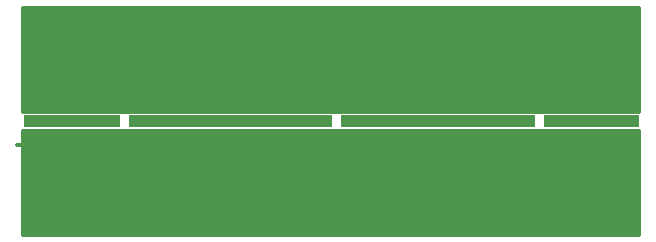
<source format=gbr>
G04 #@! TF.GenerationSoftware,KiCad,Pcbnew,(5.0.2)-1*
G04 #@! TF.CreationDate,2019-05-10T14:36:23+02:00*
G04 #@! TF.ProjectId,137Mhz-BandPass-Filter,3133374d-687a-42d4-9261-6e6450617373,rev?*
G04 #@! TF.SameCoordinates,Original*
G04 #@! TF.FileFunction,Copper,L1,Top*
G04 #@! TF.FilePolarity,Positive*
%FSLAX46Y46*%
G04 Gerber Fmt 4.6, Leading zero omitted, Abs format (unit mm)*
G04 Created by KiCad (PCBNEW (5.0.2)-1) date 05/10/19 14:36:23*
%MOMM*%
%LPD*%
G01*
G04 APERTURE LIST*
G04 #@! TA.AperFunction,SMDPad,CuDef*
%ADD10R,2.000000X8.500000*%
G04 #@! TD*
G04 #@! TA.AperFunction,SMDPad,CuDef*
%ADD11R,0.995000X1.000000*%
G04 #@! TD*
G04 #@! TA.AperFunction,SMDPad,CuDef*
%ADD12R,1.000000X0.995000*%
G04 #@! TD*
G04 #@! TA.AperFunction,SMDPad,CuDef*
%ADD13R,5.160000X1.000000*%
G04 #@! TD*
G04 #@! TA.AperFunction,SMDPad,CuDef*
%ADD14R,5.160000X1.480000*%
G04 #@! TD*
G04 #@! TA.AperFunction,ComponentPad*
%ADD15C,6.400000*%
G04 #@! TD*
G04 #@! TA.AperFunction,SMDPad,CuDef*
%ADD16R,5.000000X1.000000*%
G04 #@! TD*
G04 #@! TA.AperFunction,ViaPad*
%ADD17C,0.800000*%
G04 #@! TD*
G04 #@! TA.AperFunction,Conductor*
%ADD18C,0.300000*%
G04 #@! TD*
G04 #@! TA.AperFunction,Conductor*
%ADD19C,1.000000*%
G04 #@! TD*
G04 #@! TA.AperFunction,Conductor*
%ADD20C,0.254000*%
G04 #@! TD*
G04 APERTURE END LIST*
D10*
G04 #@! TO.P,J2,1*
G04 #@! TO.N,GND*
X134000000Y-125500000D03*
G04 #@! TD*
G04 #@! TO.P,J4,1*
G04 #@! TO.N,GND*
X134000000Y-114500000D03*
G04 #@! TD*
D11*
G04 #@! TO.P,C3,2*
G04 #@! TO.N,Net-(C1-Pad1)*
X133112500Y-120000000D03*
G04 #@! TO.P,C3,1*
G04 #@! TO.N,Net-(C3-Pad1)*
X134887500Y-120000000D03*
G04 #@! TD*
G04 #@! TO.P,C1,1*
G04 #@! TO.N,Net-(C1-Pad1)*
X116987500Y-120000000D03*
G04 #@! TO.P,C1,2*
G04 #@! TO.N,Net-(C1-Pad2)*
X115212500Y-120000000D03*
G04 #@! TD*
D12*
G04 #@! TO.P,C2,1*
G04 #@! TO.N,GND*
X128000000Y-121775000D03*
G04 #@! TO.P,C2,2*
G04 #@! TO.N,Net-(C1-Pad1)*
X128000000Y-120000000D03*
G04 #@! TD*
D13*
G04 #@! TO.P,L1,1*
G04 #@! TO.N,Net-(C1-Pad1)*
X121190000Y-120000000D03*
D14*
G04 #@! TO.P,L1,2*
G04 #@! TO.N,GND*
X123810000Y-124330000D03*
G04 #@! TD*
G04 #@! TO.P,L2,2*
G04 #@! TO.N,GND*
X146810000Y-124330000D03*
D13*
G04 #@! TO.P,L2,1*
G04 #@! TO.N,Net-(C3-Pad1)*
X144190000Y-120000000D03*
G04 #@! TD*
D12*
G04 #@! TO.P,C4,2*
G04 #@! TO.N,Net-(C3-Pad1)*
X140000000Y-120000000D03*
G04 #@! TO.P,C4,1*
G04 #@! TO.N,GND*
X140000000Y-121775000D03*
G04 #@! TD*
D11*
G04 #@! TO.P,C5,1*
G04 #@! TO.N,Net-(C5-Pad1)*
X152087500Y-120000000D03*
G04 #@! TO.P,C5,2*
G04 #@! TO.N,Net-(C3-Pad1)*
X150312500Y-120000000D03*
G04 #@! TD*
D15*
G04 #@! TO.P,MK1,1*
G04 #@! TO.N,GND*
X156000000Y-114000000D03*
G04 #@! TD*
G04 #@! TO.P,MK2,1*
G04 #@! TO.N,GND*
X111000000Y-114000000D03*
G04 #@! TD*
G04 #@! TO.P,MK3,1*
G04 #@! TO.N,GND*
X156000000Y-126000000D03*
G04 #@! TD*
G04 #@! TO.P,MK4,1*
G04 #@! TO.N,GND*
X111000000Y-126000000D03*
G04 #@! TD*
D16*
G04 #@! TO.P,J1,1*
G04 #@! TO.N,Net-(C1-Pad2)*
X110000000Y-120000000D03*
G04 #@! TD*
G04 #@! TO.P,J3,1*
G04 #@! TO.N,Net-(C5-Pad1)*
X157200000Y-120000000D03*
G04 #@! TD*
D17*
G04 #@! TO.N,GND*
X109000000Y-118000000D03*
X111000000Y-118000000D03*
X113000000Y-118000000D03*
X115000000Y-118000000D03*
X117000000Y-118000000D03*
X119000000Y-118000000D03*
X121000000Y-118000000D03*
X123000000Y-118000000D03*
X125000000Y-118000000D03*
X127000000Y-118000000D03*
X129000000Y-118000000D03*
X131000000Y-118000000D03*
X133000000Y-118000000D03*
X135000000Y-118000000D03*
X137000000Y-118000000D03*
X139000000Y-118000000D03*
X141000000Y-118000000D03*
X143000000Y-118000000D03*
X145000000Y-118000000D03*
X147000000Y-118000000D03*
X149000000Y-118000000D03*
X151000000Y-118000000D03*
X153000000Y-118000000D03*
X155000000Y-118000000D03*
X157000000Y-118000000D03*
X159000000Y-118000000D03*
X159000000Y-122000000D03*
X157000000Y-122000000D03*
X155000000Y-122000000D03*
X153000000Y-122000000D03*
X151000000Y-122000000D03*
X149000000Y-122000000D03*
X147000000Y-122000000D03*
X145000000Y-122000000D03*
X143000000Y-122000000D03*
X141000000Y-122000000D03*
X139000000Y-122000000D03*
X137000000Y-122000000D03*
X135000000Y-122000000D03*
X133000000Y-122000000D03*
X131000000Y-122000000D03*
X129000000Y-122000000D03*
X127000000Y-122000000D03*
X125000000Y-122000000D03*
X123000000Y-122000000D03*
X121000000Y-122000000D03*
X119000000Y-122000000D03*
X117000000Y-122000000D03*
X115000000Y-122000000D03*
X113000000Y-122000000D03*
X111000000Y-122000000D03*
X109000000Y-122000000D03*
X114000000Y-111000000D03*
X116000000Y-111000000D03*
X118000000Y-111000000D03*
X120000000Y-111000000D03*
X122000000Y-111000000D03*
X124000000Y-111000000D03*
X126000000Y-111000000D03*
X128000000Y-111000000D03*
X130000000Y-111000000D03*
X132000000Y-111000000D03*
X134000000Y-111000000D03*
X136000000Y-111000000D03*
X138000000Y-111000000D03*
X140000000Y-111000000D03*
X142000000Y-111000000D03*
X144000000Y-111000000D03*
X146000000Y-111000000D03*
X148000000Y-111000000D03*
X150000000Y-111000000D03*
X152000000Y-111000000D03*
X134000000Y-129000000D03*
X132000000Y-129000000D03*
X130000000Y-129000000D03*
X128000000Y-129000000D03*
X126000000Y-129000000D03*
X124000000Y-129000000D03*
X122000000Y-129000000D03*
X120000000Y-129000000D03*
X118000000Y-129000000D03*
X116000000Y-129000000D03*
X114000000Y-129000000D03*
X136000000Y-129000000D03*
X138000000Y-129000000D03*
X140000000Y-129000000D03*
X142000000Y-129000000D03*
X144000000Y-129000000D03*
X146000000Y-129000000D03*
X148000000Y-129000000D03*
X150000000Y-129000000D03*
X152000000Y-129000000D03*
G04 #@! TD*
D18*
G04 #@! TO.N,GND*
X109000000Y-118000000D02*
X111000000Y-118000000D01*
X113000000Y-118000000D02*
X115000000Y-118000000D01*
X117000000Y-118000000D02*
X119000000Y-118000000D01*
X121000000Y-118000000D02*
X123000000Y-118000000D01*
X125000000Y-118000000D02*
X127000000Y-118000000D01*
X129000000Y-118000000D02*
X131000000Y-118000000D01*
X133000000Y-118000000D02*
X135000000Y-118000000D01*
X137000000Y-118000000D02*
X139000000Y-118000000D01*
X141000000Y-118000000D02*
X143000000Y-118000000D01*
X145000000Y-118000000D02*
X147000000Y-118000000D01*
X149000000Y-118000000D02*
X151000000Y-118000000D01*
X153000000Y-118000000D02*
X155000000Y-118000000D01*
X157000000Y-118000000D02*
X159000000Y-118000000D01*
X157000000Y-122000000D02*
X155000000Y-122000000D01*
X153000000Y-122000000D02*
X151000000Y-122000000D01*
X149000000Y-122000000D02*
X147000000Y-122000000D01*
X145000000Y-122000000D02*
X143000000Y-122000000D01*
X141000000Y-122000000D02*
X139000000Y-122000000D01*
X137000000Y-122000000D02*
X135000000Y-122000000D01*
X133000000Y-122000000D02*
X131000000Y-122000000D01*
X129000000Y-122000000D02*
X127000000Y-122000000D01*
X125000000Y-122000000D02*
X123000000Y-122000000D01*
X121000000Y-122000000D02*
X119000000Y-122000000D01*
X117000000Y-122000000D02*
X115000000Y-122000000D01*
X113000000Y-122000000D02*
X111000000Y-122000000D01*
X109000000Y-122000000D02*
X107000000Y-122000000D01*
X116000000Y-111000000D02*
X118000000Y-111000000D01*
X120000000Y-111000000D02*
X122000000Y-111000000D01*
X124000000Y-111000000D02*
X126000000Y-111000000D01*
X128000000Y-111000000D02*
X130000000Y-111000000D01*
X132000000Y-111000000D02*
X134000000Y-111000000D01*
X136000000Y-111000000D02*
X138000000Y-111000000D01*
X140000000Y-111000000D02*
X142000000Y-111000000D01*
X144000000Y-111000000D02*
X146000000Y-111000000D01*
X148000000Y-111000000D02*
X150000000Y-111000000D01*
X134000000Y-129000000D02*
X132000000Y-129000000D01*
X130000000Y-129000000D02*
X128000000Y-129000000D01*
X126000000Y-129000000D02*
X124000000Y-129000000D01*
X122000000Y-129000000D02*
X120000000Y-129000000D01*
X118000000Y-129000000D02*
X116000000Y-129000000D01*
X136000000Y-129000000D02*
X138000000Y-129000000D01*
X140000000Y-129000000D02*
X142000000Y-129000000D01*
X144000000Y-129000000D02*
X146000000Y-129000000D01*
X148000000Y-129000000D02*
X150000000Y-129000000D01*
X153000000Y-111000000D02*
X156000000Y-114000000D01*
X152000000Y-111000000D02*
X153000000Y-111000000D01*
X153000000Y-129000000D02*
X156000000Y-126000000D01*
X152000000Y-129000000D02*
X153000000Y-129000000D01*
X114000000Y-129000000D02*
X111000000Y-126000000D01*
X114000000Y-111000000D02*
X111000000Y-114000000D01*
D19*
G04 #@! TO.N,Net-(C1-Pad1)*
X128000000Y-120000000D02*
X133112500Y-120000000D01*
X116987500Y-120000000D02*
X121190000Y-120000000D01*
X121190000Y-120000000D02*
X128000000Y-120000000D01*
G04 #@! TO.N,Net-(C1-Pad2)*
X113715000Y-120000000D02*
X110000000Y-120000000D01*
X115212500Y-120000000D02*
X113715000Y-120000000D01*
G04 #@! TO.N,Net-(C3-Pad1)*
X150312500Y-120000000D02*
X144190000Y-120000000D01*
X134887500Y-120000000D02*
X140000000Y-120000000D01*
X140000000Y-120000000D02*
X144190000Y-120000000D01*
G04 #@! TO.N,Net-(C5-Pad1)*
X152087500Y-120000000D02*
X157200000Y-120000000D01*
G04 #@! TD*
D20*
G04 #@! TO.N,GND*
G36*
X107391920Y-120760928D02*
X107500000Y-120782426D01*
X112500000Y-120782426D01*
X112527279Y-120777000D01*
X114687721Y-120777000D01*
X114715000Y-120782426D01*
X115710000Y-120782426D01*
X115737279Y-120777000D01*
X116462721Y-120777000D01*
X116490000Y-120782426D01*
X117485000Y-120782426D01*
X117512279Y-120777000D01*
X118582721Y-120777000D01*
X118610000Y-120782426D01*
X123770000Y-120782426D01*
X123797279Y-120777000D01*
X127485290Y-120777000D01*
X127500000Y-120779926D01*
X128500000Y-120779926D01*
X128514710Y-120777000D01*
X132587721Y-120777000D01*
X132615000Y-120782426D01*
X133610000Y-120782426D01*
X133637279Y-120777000D01*
X134362721Y-120777000D01*
X134390000Y-120782426D01*
X135385000Y-120782426D01*
X135412279Y-120777000D01*
X139485290Y-120777000D01*
X139500000Y-120779926D01*
X140500000Y-120779926D01*
X140514710Y-120777000D01*
X141582721Y-120777000D01*
X141610000Y-120782426D01*
X146770000Y-120782426D01*
X146797279Y-120777000D01*
X149787721Y-120777000D01*
X149815000Y-120782426D01*
X150810000Y-120782426D01*
X150837279Y-120777000D01*
X151562721Y-120777000D01*
X151590000Y-120782426D01*
X152585000Y-120782426D01*
X152612279Y-120777000D01*
X154672721Y-120777000D01*
X154700000Y-120782426D01*
X159623000Y-120782426D01*
X159623000Y-129623000D01*
X107377000Y-129623000D01*
X107377000Y-120750959D01*
X107391920Y-120760928D01*
X107391920Y-120760928D01*
G37*
X107391920Y-120760928D02*
X107500000Y-120782426D01*
X112500000Y-120782426D01*
X112527279Y-120777000D01*
X114687721Y-120777000D01*
X114715000Y-120782426D01*
X115710000Y-120782426D01*
X115737279Y-120777000D01*
X116462721Y-120777000D01*
X116490000Y-120782426D01*
X117485000Y-120782426D01*
X117512279Y-120777000D01*
X118582721Y-120777000D01*
X118610000Y-120782426D01*
X123770000Y-120782426D01*
X123797279Y-120777000D01*
X127485290Y-120777000D01*
X127500000Y-120779926D01*
X128500000Y-120779926D01*
X128514710Y-120777000D01*
X132587721Y-120777000D01*
X132615000Y-120782426D01*
X133610000Y-120782426D01*
X133637279Y-120777000D01*
X134362721Y-120777000D01*
X134390000Y-120782426D01*
X135385000Y-120782426D01*
X135412279Y-120777000D01*
X139485290Y-120777000D01*
X139500000Y-120779926D01*
X140500000Y-120779926D01*
X140514710Y-120777000D01*
X141582721Y-120777000D01*
X141610000Y-120782426D01*
X146770000Y-120782426D01*
X146797279Y-120777000D01*
X149787721Y-120777000D01*
X149815000Y-120782426D01*
X150810000Y-120782426D01*
X150837279Y-120777000D01*
X151562721Y-120777000D01*
X151590000Y-120782426D01*
X152585000Y-120782426D01*
X152612279Y-120777000D01*
X154672721Y-120777000D01*
X154700000Y-120782426D01*
X159623000Y-120782426D01*
X159623000Y-129623000D01*
X107377000Y-129623000D01*
X107377000Y-120750959D01*
X107391920Y-120760928D01*
G36*
X159623001Y-119217574D02*
X154700000Y-119217574D01*
X154672721Y-119223000D01*
X152612279Y-119223000D01*
X152585000Y-119217574D01*
X151590000Y-119217574D01*
X151562721Y-119223000D01*
X150837279Y-119223000D01*
X150810000Y-119217574D01*
X149815000Y-119217574D01*
X149787721Y-119223000D01*
X146797279Y-119223000D01*
X146770000Y-119217574D01*
X141610000Y-119217574D01*
X141582721Y-119223000D01*
X140514710Y-119223000D01*
X140500000Y-119220074D01*
X139500000Y-119220074D01*
X139485290Y-119223000D01*
X135412279Y-119223000D01*
X135385000Y-119217574D01*
X134390000Y-119217574D01*
X134362721Y-119223000D01*
X133637279Y-119223000D01*
X133610000Y-119217574D01*
X132615000Y-119217574D01*
X132587721Y-119223000D01*
X128514710Y-119223000D01*
X128500000Y-119220074D01*
X127500000Y-119220074D01*
X127485290Y-119223000D01*
X123797279Y-119223000D01*
X123770000Y-119217574D01*
X118610000Y-119217574D01*
X118582721Y-119223000D01*
X117512279Y-119223000D01*
X117485000Y-119217574D01*
X116490000Y-119217574D01*
X116462721Y-119223000D01*
X115737279Y-119223000D01*
X115710000Y-119217574D01*
X114715000Y-119217574D01*
X114687721Y-119223000D01*
X112527279Y-119223000D01*
X112500000Y-119217574D01*
X107500000Y-119217574D01*
X107391920Y-119239072D01*
X107377000Y-119249041D01*
X107377000Y-110377000D01*
X159623001Y-110377000D01*
X159623001Y-119217574D01*
X159623001Y-119217574D01*
G37*
X159623001Y-119217574D02*
X154700000Y-119217574D01*
X154672721Y-119223000D01*
X152612279Y-119223000D01*
X152585000Y-119217574D01*
X151590000Y-119217574D01*
X151562721Y-119223000D01*
X150837279Y-119223000D01*
X150810000Y-119217574D01*
X149815000Y-119217574D01*
X149787721Y-119223000D01*
X146797279Y-119223000D01*
X146770000Y-119217574D01*
X141610000Y-119217574D01*
X141582721Y-119223000D01*
X140514710Y-119223000D01*
X140500000Y-119220074D01*
X139500000Y-119220074D01*
X139485290Y-119223000D01*
X135412279Y-119223000D01*
X135385000Y-119217574D01*
X134390000Y-119217574D01*
X134362721Y-119223000D01*
X133637279Y-119223000D01*
X133610000Y-119217574D01*
X132615000Y-119217574D01*
X132587721Y-119223000D01*
X128514710Y-119223000D01*
X128500000Y-119220074D01*
X127500000Y-119220074D01*
X127485290Y-119223000D01*
X123797279Y-119223000D01*
X123770000Y-119217574D01*
X118610000Y-119217574D01*
X118582721Y-119223000D01*
X117512279Y-119223000D01*
X117485000Y-119217574D01*
X116490000Y-119217574D01*
X116462721Y-119223000D01*
X115737279Y-119223000D01*
X115710000Y-119217574D01*
X114715000Y-119217574D01*
X114687721Y-119223000D01*
X112527279Y-119223000D01*
X112500000Y-119217574D01*
X107500000Y-119217574D01*
X107391920Y-119239072D01*
X107377000Y-119249041D01*
X107377000Y-110377000D01*
X159623001Y-110377000D01*
X159623001Y-119217574D01*
G04 #@! TD*
M02*

</source>
